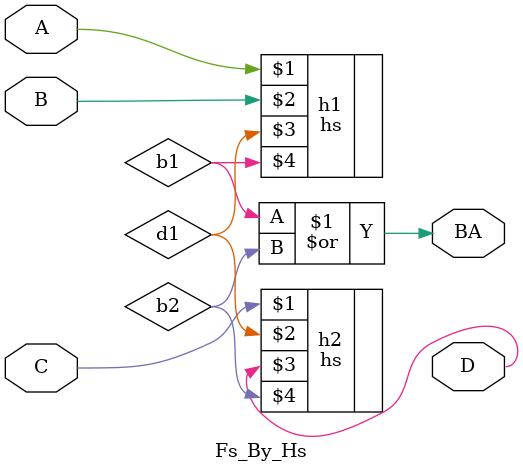
<source format=v>
`timescale 1ns / 1ps

// Author : Venu Pabbuleti 
// ID     : N180116
//Branch  : ECE
//Project : RTL design using Verilog
//Design  : Full substractor using Half substractor
//Module  : Main Design Module
//RGUKT NUZVID 
//////////////////////////////////////////////////////////////////////////////////

module Fs_By_Hs(A,B,C,BA,D);
input A,B,C;
output BA,D;

wire b1,d1,b2;
hs h1(A,B,d1,b1);
hs h2(C,d1,D,b2);
or o1(BA,b1,b2);

endmodule

</source>
